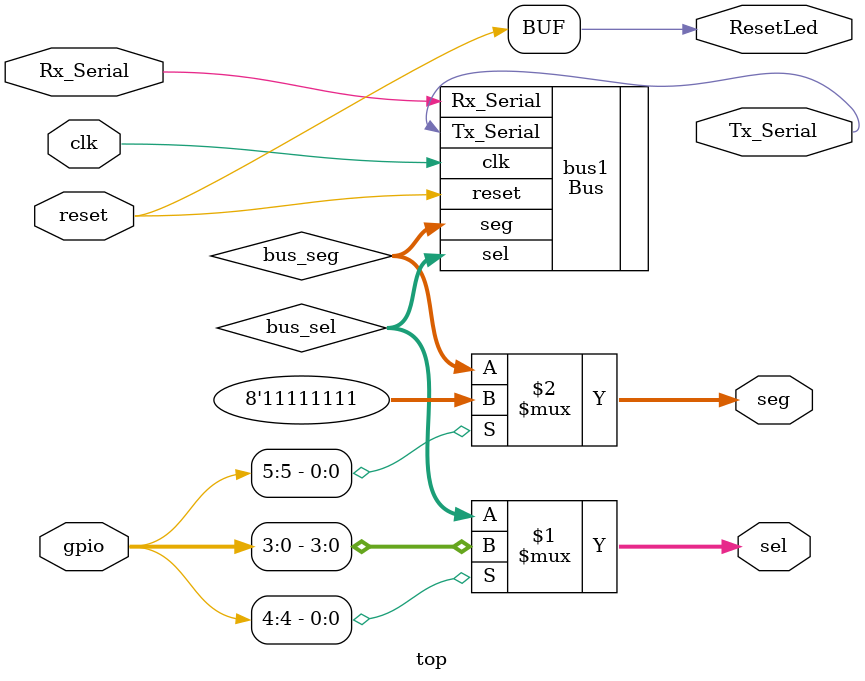
<source format=v>
`timescale 1ns / 1ns
module top(
    input reset			,
    input clk			,
	input [5:0] gpio	,
    output [3:0] sel	,
    output [7:0] seg	,
	output ResetLed		,
	input  Rx_Serial	,
	output Tx_Serial
);

	wire [3:0] bus_sel;
	wire [7:0] bus_seg;

	assign sel = gpio[4]? gpio[3:0]: bus_sel;
	assign seg = gpio[5]? 8'hFF: bus_seg;
	assign ResetLed = reset;

	Bus bus1(
		.reset		(reset		),
		.clk		(clk		),
		.sel		(bus_sel	),
		.seg		(bus_seg	),
		.Rx_Serial	(Rx_Serial	),
		.Tx_Serial	(Tx_Serial	)
	);
endmodule

</source>
